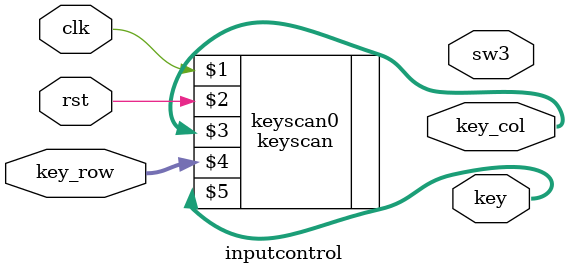
<source format=v>
module inputcontrol(clk,rst,sw3,key_row,key_col,key);
	input clk;
	input rst;
	//output btn;
	output sw3;
	input [3:0]key_row;
	output [3:0]key_col;
	output [16:0] key;
	keyscan keyscan0(clk,rst,key_col,key_row,key);
endmodule

</source>
